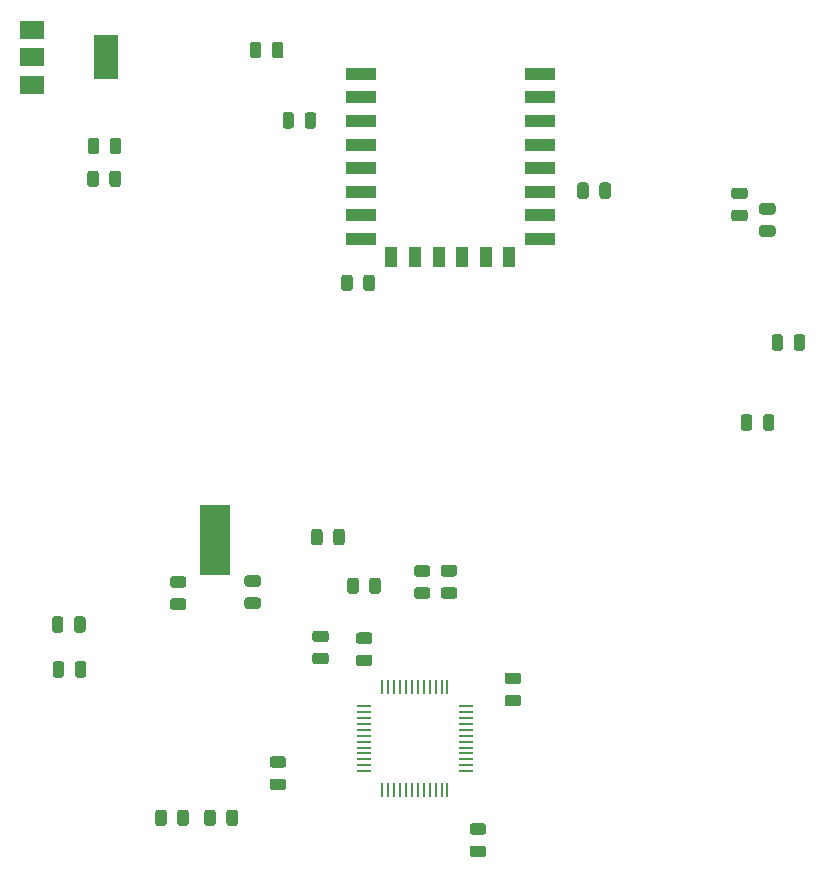
<source format=gbr>
G04 #@! TF.GenerationSoftware,KiCad,Pcbnew,(5.1.6)-1*
G04 #@! TF.CreationDate,2020-10-12T10:23:52+03:00*
G04 #@! TF.ProjectId,STM32_ESP8266_devboard,53544d33-325f-4455-9350-383236365f64,rev?*
G04 #@! TF.SameCoordinates,Original*
G04 #@! TF.FileFunction,Paste,Top*
G04 #@! TF.FilePolarity,Positive*
%FSLAX46Y46*%
G04 Gerber Fmt 4.6, Leading zero omitted, Abs format (unit mm)*
G04 Created by KiCad (PCBNEW (5.1.6)-1) date 2020-10-12 10:23:52*
%MOMM*%
%LPD*%
G01*
G04 APERTURE LIST*
%ADD10R,2.500000X1.000000*%
%ADD11R,1.000000X1.800000*%
%ADD12R,1.300000X0.250000*%
%ADD13R,0.250000X1.300000*%
%ADD14R,2.000000X3.800000*%
%ADD15R,2.000000X1.500000*%
%ADD16R,2.500000X6.000000*%
G04 APERTURE END LIST*
D10*
X168200000Y-57900000D03*
X168200000Y-59900000D03*
X168200000Y-61900000D03*
X168200000Y-63900000D03*
X168200000Y-65900000D03*
X168200000Y-67900000D03*
X168200000Y-69900000D03*
X168200000Y-71900000D03*
D11*
X170800000Y-73400000D03*
X172800000Y-73400000D03*
X174800000Y-73400000D03*
X176800000Y-73400000D03*
X178800000Y-73400000D03*
X180800000Y-73400000D03*
D10*
X183400000Y-71900000D03*
X183400000Y-69900000D03*
X183400000Y-67900000D03*
X183400000Y-65900000D03*
X183400000Y-63900000D03*
X183400000Y-61900000D03*
X183400000Y-59900000D03*
X183400000Y-57900000D03*
G36*
G01*
X160743750Y-115697500D02*
X161656250Y-115697500D01*
G75*
G02*
X161900000Y-115941250I0J-243750D01*
G01*
X161900000Y-116428750D01*
G75*
G02*
X161656250Y-116672500I-243750J0D01*
G01*
X160743750Y-116672500D01*
G75*
G02*
X160500000Y-116428750I0J243750D01*
G01*
X160500000Y-115941250D01*
G75*
G02*
X160743750Y-115697500I243750J0D01*
G01*
G37*
G36*
G01*
X160743750Y-117572500D02*
X161656250Y-117572500D01*
G75*
G02*
X161900000Y-117816250I0J-243750D01*
G01*
X161900000Y-118303750D01*
G75*
G02*
X161656250Y-118547500I-243750J0D01*
G01*
X160743750Y-118547500D01*
G75*
G02*
X160500000Y-118303750I0J243750D01*
G01*
X160500000Y-117816250D01*
G75*
G02*
X160743750Y-117572500I243750J0D01*
G01*
G37*
G36*
G01*
X144917500Y-104073750D02*
X144917500Y-104986250D01*
G75*
G02*
X144673750Y-105230000I-243750J0D01*
G01*
X144186250Y-105230000D01*
G75*
G02*
X143942500Y-104986250I0J243750D01*
G01*
X143942500Y-104073750D01*
G75*
G02*
X144186250Y-103830000I243750J0D01*
G01*
X144673750Y-103830000D01*
G75*
G02*
X144917500Y-104073750I0J-243750D01*
G01*
G37*
G36*
G01*
X143042500Y-104073750D02*
X143042500Y-104986250D01*
G75*
G02*
X142798750Y-105230000I-243750J0D01*
G01*
X142311250Y-105230000D01*
G75*
G02*
X142067500Y-104986250I0J243750D01*
G01*
X142067500Y-104073750D01*
G75*
G02*
X142311250Y-103830000I243750J0D01*
G01*
X142798750Y-103830000D01*
G75*
G02*
X143042500Y-104073750I0J-243750D01*
G01*
G37*
G36*
G01*
X181546250Y-111462500D02*
X180633750Y-111462500D01*
G75*
G02*
X180390000Y-111218750I0J243750D01*
G01*
X180390000Y-110731250D01*
G75*
G02*
X180633750Y-110487500I243750J0D01*
G01*
X181546250Y-110487500D01*
G75*
G02*
X181790000Y-110731250I0J-243750D01*
G01*
X181790000Y-111218750D01*
G75*
G02*
X181546250Y-111462500I-243750J0D01*
G01*
G37*
G36*
G01*
X181546250Y-109587500D02*
X180633750Y-109587500D01*
G75*
G02*
X180390000Y-109343750I0J243750D01*
G01*
X180390000Y-108856250D01*
G75*
G02*
X180633750Y-108612500I243750J0D01*
G01*
X181546250Y-108612500D01*
G75*
G02*
X181790000Y-108856250I0J-243750D01*
G01*
X181790000Y-109343750D01*
G75*
G02*
X181546250Y-109587500I-243750J0D01*
G01*
G37*
G36*
G01*
X144977500Y-107873750D02*
X144977500Y-108786250D01*
G75*
G02*
X144733750Y-109030000I-243750J0D01*
G01*
X144246250Y-109030000D01*
G75*
G02*
X144002500Y-108786250I0J243750D01*
G01*
X144002500Y-107873750D01*
G75*
G02*
X144246250Y-107630000I243750J0D01*
G01*
X144733750Y-107630000D01*
G75*
G02*
X144977500Y-107873750I0J-243750D01*
G01*
G37*
G36*
G01*
X143102500Y-107873750D02*
X143102500Y-108786250D01*
G75*
G02*
X142858750Y-109030000I-243750J0D01*
G01*
X142371250Y-109030000D01*
G75*
G02*
X142127500Y-108786250I0J243750D01*
G01*
X142127500Y-107873750D01*
G75*
G02*
X142371250Y-107630000I243750J0D01*
G01*
X142858750Y-107630000D01*
G75*
G02*
X143102500Y-107873750I0J-243750D01*
G01*
G37*
G36*
G01*
X168043750Y-107082500D02*
X168956250Y-107082500D01*
G75*
G02*
X169200000Y-107326250I0J-243750D01*
G01*
X169200000Y-107813750D01*
G75*
G02*
X168956250Y-108057500I-243750J0D01*
G01*
X168043750Y-108057500D01*
G75*
G02*
X167800000Y-107813750I0J243750D01*
G01*
X167800000Y-107326250D01*
G75*
G02*
X168043750Y-107082500I243750J0D01*
G01*
G37*
G36*
G01*
X168043750Y-105207500D02*
X168956250Y-105207500D01*
G75*
G02*
X169200000Y-105451250I0J-243750D01*
G01*
X169200000Y-105938750D01*
G75*
G02*
X168956250Y-106182500I-243750J0D01*
G01*
X168043750Y-106182500D01*
G75*
G02*
X167800000Y-105938750I0J243750D01*
G01*
X167800000Y-105451250D01*
G75*
G02*
X168043750Y-105207500I243750J0D01*
G01*
G37*
G36*
G01*
X164353750Y-105052500D02*
X165266250Y-105052500D01*
G75*
G02*
X165510000Y-105296250I0J-243750D01*
G01*
X165510000Y-105783750D01*
G75*
G02*
X165266250Y-106027500I-243750J0D01*
G01*
X164353750Y-106027500D01*
G75*
G02*
X164110000Y-105783750I0J243750D01*
G01*
X164110000Y-105296250D01*
G75*
G02*
X164353750Y-105052500I243750J0D01*
G01*
G37*
G36*
G01*
X164353750Y-106927500D02*
X165266250Y-106927500D01*
G75*
G02*
X165510000Y-107171250I0J-243750D01*
G01*
X165510000Y-107658750D01*
G75*
G02*
X165266250Y-107902500I-243750J0D01*
G01*
X164353750Y-107902500D01*
G75*
G02*
X164110000Y-107658750I0J243750D01*
G01*
X164110000Y-107171250D01*
G75*
G02*
X164353750Y-106927500I243750J0D01*
G01*
G37*
G36*
G01*
X159516250Y-101337500D02*
X158603750Y-101337500D01*
G75*
G02*
X158360000Y-101093750I0J243750D01*
G01*
X158360000Y-100606250D01*
G75*
G02*
X158603750Y-100362500I243750J0D01*
G01*
X159516250Y-100362500D01*
G75*
G02*
X159760000Y-100606250I0J-243750D01*
G01*
X159760000Y-101093750D01*
G75*
G02*
X159516250Y-101337500I-243750J0D01*
G01*
G37*
G36*
G01*
X159516250Y-103212500D02*
X158603750Y-103212500D01*
G75*
G02*
X158360000Y-102968750I0J243750D01*
G01*
X158360000Y-102481250D01*
G75*
G02*
X158603750Y-102237500I243750J0D01*
G01*
X159516250Y-102237500D01*
G75*
G02*
X159760000Y-102481250I0J-243750D01*
G01*
X159760000Y-102968750D01*
G75*
G02*
X159516250Y-103212500I-243750J0D01*
G01*
G37*
G36*
G01*
X178586250Y-122347500D02*
X177673750Y-122347500D01*
G75*
G02*
X177430000Y-122103750I0J243750D01*
G01*
X177430000Y-121616250D01*
G75*
G02*
X177673750Y-121372500I243750J0D01*
G01*
X178586250Y-121372500D01*
G75*
G02*
X178830000Y-121616250I0J-243750D01*
G01*
X178830000Y-122103750D01*
G75*
G02*
X178586250Y-122347500I-243750J0D01*
G01*
G37*
G36*
G01*
X178586250Y-124222500D02*
X177673750Y-124222500D01*
G75*
G02*
X177430000Y-123978750I0J243750D01*
G01*
X177430000Y-123491250D01*
G75*
G02*
X177673750Y-123247500I243750J0D01*
G01*
X178586250Y-123247500D01*
G75*
G02*
X178830000Y-123491250I0J-243750D01*
G01*
X178830000Y-123978750D01*
G75*
G02*
X178586250Y-124222500I-243750J0D01*
G01*
G37*
G36*
G01*
X153206250Y-103297500D02*
X152293750Y-103297500D01*
G75*
G02*
X152050000Y-103053750I0J243750D01*
G01*
X152050000Y-102566250D01*
G75*
G02*
X152293750Y-102322500I243750J0D01*
G01*
X153206250Y-102322500D01*
G75*
G02*
X153450000Y-102566250I0J-243750D01*
G01*
X153450000Y-103053750D01*
G75*
G02*
X153206250Y-103297500I-243750J0D01*
G01*
G37*
G36*
G01*
X153206250Y-101422500D02*
X152293750Y-101422500D01*
G75*
G02*
X152050000Y-101178750I0J243750D01*
G01*
X152050000Y-100691250D01*
G75*
G02*
X152293750Y-100447500I243750J0D01*
G01*
X153206250Y-100447500D01*
G75*
G02*
X153450000Y-100691250I0J-243750D01*
G01*
X153450000Y-101178750D01*
G75*
G02*
X153206250Y-101422500I-243750J0D01*
G01*
G37*
G36*
G01*
X168030000Y-100803750D02*
X168030000Y-101716250D01*
G75*
G02*
X167786250Y-101960000I-243750J0D01*
G01*
X167298750Y-101960000D01*
G75*
G02*
X167055000Y-101716250I0J243750D01*
G01*
X167055000Y-100803750D01*
G75*
G02*
X167298750Y-100560000I243750J0D01*
G01*
X167786250Y-100560000D01*
G75*
G02*
X168030000Y-100803750I0J-243750D01*
G01*
G37*
G36*
G01*
X169905000Y-100803750D02*
X169905000Y-101716250D01*
G75*
G02*
X169661250Y-101960000I-243750J0D01*
G01*
X169173750Y-101960000D01*
G75*
G02*
X168930000Y-101716250I0J243750D01*
G01*
X168930000Y-100803750D01*
G75*
G02*
X169173750Y-100560000I243750J0D01*
G01*
X169661250Y-100560000D01*
G75*
G02*
X169905000Y-100803750I0J-243750D01*
G01*
G37*
G36*
G01*
X167532500Y-75153750D02*
X167532500Y-76066250D01*
G75*
G02*
X167288750Y-76310000I-243750J0D01*
G01*
X166801250Y-76310000D01*
G75*
G02*
X166557500Y-76066250I0J243750D01*
G01*
X166557500Y-75153750D01*
G75*
G02*
X166801250Y-74910000I243750J0D01*
G01*
X167288750Y-74910000D01*
G75*
G02*
X167532500Y-75153750I0J-243750D01*
G01*
G37*
G36*
G01*
X169407500Y-75153750D02*
X169407500Y-76066250D01*
G75*
G02*
X169163750Y-76310000I-243750J0D01*
G01*
X168676250Y-76310000D01*
G75*
G02*
X168432500Y-76066250I0J243750D01*
G01*
X168432500Y-75153750D01*
G75*
G02*
X168676250Y-74910000I243750J0D01*
G01*
X169163750Y-74910000D01*
G75*
G02*
X169407500Y-75153750I0J-243750D01*
G01*
G37*
G36*
G01*
X147904500Y-66345750D02*
X147904500Y-67258250D01*
G75*
G02*
X147660750Y-67502000I-243750J0D01*
G01*
X147173250Y-67502000D01*
G75*
G02*
X146929500Y-67258250I0J243750D01*
G01*
X146929500Y-66345750D01*
G75*
G02*
X147173250Y-66102000I243750J0D01*
G01*
X147660750Y-66102000D01*
G75*
G02*
X147904500Y-66345750I0J-243750D01*
G01*
G37*
G36*
G01*
X146029500Y-66345750D02*
X146029500Y-67258250D01*
G75*
G02*
X145785750Y-67502000I-243750J0D01*
G01*
X145298250Y-67502000D01*
G75*
G02*
X145054500Y-67258250I0J243750D01*
G01*
X145054500Y-66345750D01*
G75*
G02*
X145298250Y-66102000I243750J0D01*
G01*
X145785750Y-66102000D01*
G75*
G02*
X146029500Y-66345750I0J-243750D01*
G01*
G37*
G36*
G01*
X152674500Y-121360250D02*
X152674500Y-120447750D01*
G75*
G02*
X152918250Y-120204000I243750J0D01*
G01*
X153405750Y-120204000D01*
G75*
G02*
X153649500Y-120447750I0J-243750D01*
G01*
X153649500Y-121360250D01*
G75*
G02*
X153405750Y-121604000I-243750J0D01*
G01*
X152918250Y-121604000D01*
G75*
G02*
X152674500Y-121360250I0J243750D01*
G01*
G37*
G36*
G01*
X150799500Y-121360250D02*
X150799500Y-120447750D01*
G75*
G02*
X151043250Y-120204000I243750J0D01*
G01*
X151530750Y-120204000D01*
G75*
G02*
X151774500Y-120447750I0J-243750D01*
G01*
X151774500Y-121360250D01*
G75*
G02*
X151530750Y-121604000I-243750J0D01*
G01*
X151043250Y-121604000D01*
G75*
G02*
X150799500Y-121360250I0J243750D01*
G01*
G37*
G36*
G01*
X203232500Y-86973750D02*
X203232500Y-87886250D01*
G75*
G02*
X202988750Y-88130000I-243750J0D01*
G01*
X202501250Y-88130000D01*
G75*
G02*
X202257500Y-87886250I0J243750D01*
G01*
X202257500Y-86973750D01*
G75*
G02*
X202501250Y-86730000I243750J0D01*
G01*
X202988750Y-86730000D01*
G75*
G02*
X203232500Y-86973750I0J-243750D01*
G01*
G37*
G36*
G01*
X201357500Y-86973750D02*
X201357500Y-87886250D01*
G75*
G02*
X201113750Y-88130000I-243750J0D01*
G01*
X200626250Y-88130000D01*
G75*
G02*
X200382500Y-87886250I0J243750D01*
G01*
X200382500Y-86973750D01*
G75*
G02*
X200626250Y-86730000I243750J0D01*
G01*
X201113750Y-86730000D01*
G75*
G02*
X201357500Y-86973750I0J-243750D01*
G01*
G37*
G36*
G01*
X164977500Y-96673750D02*
X164977500Y-97586250D01*
G75*
G02*
X164733750Y-97830000I-243750J0D01*
G01*
X164246250Y-97830000D01*
G75*
G02*
X164002500Y-97586250I0J243750D01*
G01*
X164002500Y-96673750D01*
G75*
G02*
X164246250Y-96430000I243750J0D01*
G01*
X164733750Y-96430000D01*
G75*
G02*
X164977500Y-96673750I0J-243750D01*
G01*
G37*
G36*
G01*
X166852500Y-96673750D02*
X166852500Y-97586250D01*
G75*
G02*
X166608750Y-97830000I-243750J0D01*
G01*
X166121250Y-97830000D01*
G75*
G02*
X165877500Y-97586250I0J243750D01*
G01*
X165877500Y-96673750D01*
G75*
G02*
X166121250Y-96430000I243750J0D01*
G01*
X166608750Y-96430000D01*
G75*
G02*
X166852500Y-96673750I0J-243750D01*
G01*
G37*
G36*
G01*
X173866250Y-100487500D02*
X172953750Y-100487500D01*
G75*
G02*
X172710000Y-100243750I0J243750D01*
G01*
X172710000Y-99756250D01*
G75*
G02*
X172953750Y-99512500I243750J0D01*
G01*
X173866250Y-99512500D01*
G75*
G02*
X174110000Y-99756250I0J-243750D01*
G01*
X174110000Y-100243750D01*
G75*
G02*
X173866250Y-100487500I-243750J0D01*
G01*
G37*
G36*
G01*
X173866250Y-102362500D02*
X172953750Y-102362500D01*
G75*
G02*
X172710000Y-102118750I0J243750D01*
G01*
X172710000Y-101631250D01*
G75*
G02*
X172953750Y-101387500I243750J0D01*
G01*
X173866250Y-101387500D01*
G75*
G02*
X174110000Y-101631250I0J-243750D01*
G01*
X174110000Y-102118750D01*
G75*
G02*
X173866250Y-102362500I-243750J0D01*
G01*
G37*
G36*
G01*
X175223750Y-99497500D02*
X176136250Y-99497500D01*
G75*
G02*
X176380000Y-99741250I0J-243750D01*
G01*
X176380000Y-100228750D01*
G75*
G02*
X176136250Y-100472500I-243750J0D01*
G01*
X175223750Y-100472500D01*
G75*
G02*
X174980000Y-100228750I0J243750D01*
G01*
X174980000Y-99741250D01*
G75*
G02*
X175223750Y-99497500I243750J0D01*
G01*
G37*
G36*
G01*
X175223750Y-101372500D02*
X176136250Y-101372500D01*
G75*
G02*
X176380000Y-101616250I0J-243750D01*
G01*
X176380000Y-102103750D01*
G75*
G02*
X176136250Y-102347500I-243750J0D01*
G01*
X175223750Y-102347500D01*
G75*
G02*
X174980000Y-102103750I0J243750D01*
G01*
X174980000Y-101616250D01*
G75*
G02*
X175223750Y-101372500I243750J0D01*
G01*
G37*
G36*
G01*
X147945000Y-63563750D02*
X147945000Y-64476250D01*
G75*
G02*
X147701250Y-64720000I-243750J0D01*
G01*
X147213750Y-64720000D01*
G75*
G02*
X146970000Y-64476250I0J243750D01*
G01*
X146970000Y-63563750D01*
G75*
G02*
X147213750Y-63320000I243750J0D01*
G01*
X147701250Y-63320000D01*
G75*
G02*
X147945000Y-63563750I0J-243750D01*
G01*
G37*
G36*
G01*
X146070000Y-63563750D02*
X146070000Y-64476250D01*
G75*
G02*
X145826250Y-64720000I-243750J0D01*
G01*
X145338750Y-64720000D01*
G75*
G02*
X145095000Y-64476250I0J243750D01*
G01*
X145095000Y-63563750D01*
G75*
G02*
X145338750Y-63320000I243750J0D01*
G01*
X145826250Y-63320000D01*
G75*
G02*
X146070000Y-63563750I0J-243750D01*
G01*
G37*
G36*
G01*
X162562500Y-61393750D02*
X162562500Y-62306250D01*
G75*
G02*
X162318750Y-62550000I-243750J0D01*
G01*
X161831250Y-62550000D01*
G75*
G02*
X161587500Y-62306250I0J243750D01*
G01*
X161587500Y-61393750D01*
G75*
G02*
X161831250Y-61150000I243750J0D01*
G01*
X162318750Y-61150000D01*
G75*
G02*
X162562500Y-61393750I0J-243750D01*
G01*
G37*
G36*
G01*
X164437500Y-61393750D02*
X164437500Y-62306250D01*
G75*
G02*
X164193750Y-62550000I-243750J0D01*
G01*
X163706250Y-62550000D01*
G75*
G02*
X163462500Y-62306250I0J243750D01*
G01*
X163462500Y-61393750D01*
G75*
G02*
X163706250Y-61150000I243750J0D01*
G01*
X164193750Y-61150000D01*
G75*
G02*
X164437500Y-61393750I0J-243750D01*
G01*
G37*
G36*
G01*
X158812500Y-56356250D02*
X158812500Y-55443750D01*
G75*
G02*
X159056250Y-55200000I243750J0D01*
G01*
X159543750Y-55200000D01*
G75*
G02*
X159787500Y-55443750I0J-243750D01*
G01*
X159787500Y-56356250D01*
G75*
G02*
X159543750Y-56600000I-243750J0D01*
G01*
X159056250Y-56600000D01*
G75*
G02*
X158812500Y-56356250I0J243750D01*
G01*
G37*
G36*
G01*
X160687500Y-56356250D02*
X160687500Y-55443750D01*
G75*
G02*
X160931250Y-55200000I243750J0D01*
G01*
X161418750Y-55200000D01*
G75*
G02*
X161662500Y-55443750I0J-243750D01*
G01*
X161662500Y-56356250D01*
G75*
G02*
X161418750Y-56600000I-243750J0D01*
G01*
X160931250Y-56600000D01*
G75*
G02*
X160687500Y-56356250I0J243750D01*
G01*
G37*
G36*
G01*
X189387500Y-67343750D02*
X189387500Y-68256250D01*
G75*
G02*
X189143750Y-68500000I-243750J0D01*
G01*
X188656250Y-68500000D01*
G75*
G02*
X188412500Y-68256250I0J243750D01*
G01*
X188412500Y-67343750D01*
G75*
G02*
X188656250Y-67100000I243750J0D01*
G01*
X189143750Y-67100000D01*
G75*
G02*
X189387500Y-67343750I0J-243750D01*
G01*
G37*
G36*
G01*
X187512500Y-67343750D02*
X187512500Y-68256250D01*
G75*
G02*
X187268750Y-68500000I-243750J0D01*
G01*
X186781250Y-68500000D01*
G75*
G02*
X186537500Y-68256250I0J243750D01*
G01*
X186537500Y-67343750D01*
G75*
G02*
X186781250Y-67100000I243750J0D01*
G01*
X187268750Y-67100000D01*
G75*
G02*
X187512500Y-67343750I0J-243750D01*
G01*
G37*
G36*
G01*
X200726250Y-70392500D02*
X199813750Y-70392500D01*
G75*
G02*
X199570000Y-70148750I0J243750D01*
G01*
X199570000Y-69661250D01*
G75*
G02*
X199813750Y-69417500I243750J0D01*
G01*
X200726250Y-69417500D01*
G75*
G02*
X200970000Y-69661250I0J-243750D01*
G01*
X200970000Y-70148750D01*
G75*
G02*
X200726250Y-70392500I-243750J0D01*
G01*
G37*
G36*
G01*
X200726250Y-68517500D02*
X199813750Y-68517500D01*
G75*
G02*
X199570000Y-68273750I0J243750D01*
G01*
X199570000Y-67786250D01*
G75*
G02*
X199813750Y-67542500I243750J0D01*
G01*
X200726250Y-67542500D01*
G75*
G02*
X200970000Y-67786250I0J-243750D01*
G01*
X200970000Y-68273750D01*
G75*
G02*
X200726250Y-68517500I-243750J0D01*
G01*
G37*
G36*
G01*
X203962500Y-80193750D02*
X203962500Y-81106250D01*
G75*
G02*
X203718750Y-81350000I-243750J0D01*
G01*
X203231250Y-81350000D01*
G75*
G02*
X202987500Y-81106250I0J243750D01*
G01*
X202987500Y-80193750D01*
G75*
G02*
X203231250Y-79950000I243750J0D01*
G01*
X203718750Y-79950000D01*
G75*
G02*
X203962500Y-80193750I0J-243750D01*
G01*
G37*
G36*
G01*
X205837500Y-80193750D02*
X205837500Y-81106250D01*
G75*
G02*
X205593750Y-81350000I-243750J0D01*
G01*
X205106250Y-81350000D01*
G75*
G02*
X204862500Y-81106250I0J243750D01*
G01*
X204862500Y-80193750D01*
G75*
G02*
X205106250Y-79950000I243750J0D01*
G01*
X205593750Y-79950000D01*
G75*
G02*
X205837500Y-80193750I0J-243750D01*
G01*
G37*
G36*
G01*
X155935500Y-120447750D02*
X155935500Y-121360250D01*
G75*
G02*
X155691750Y-121604000I-243750J0D01*
G01*
X155204250Y-121604000D01*
G75*
G02*
X154960500Y-121360250I0J243750D01*
G01*
X154960500Y-120447750D01*
G75*
G02*
X155204250Y-120204000I243750J0D01*
G01*
X155691750Y-120204000D01*
G75*
G02*
X155935500Y-120447750I0J-243750D01*
G01*
G37*
G36*
G01*
X157810500Y-120447750D02*
X157810500Y-121360250D01*
G75*
G02*
X157566750Y-121604000I-243750J0D01*
G01*
X157079250Y-121604000D01*
G75*
G02*
X156835500Y-121360250I0J243750D01*
G01*
X156835500Y-120447750D01*
G75*
G02*
X157079250Y-120204000I243750J0D01*
G01*
X157566750Y-120204000D01*
G75*
G02*
X157810500Y-120447750I0J-243750D01*
G01*
G37*
G36*
G01*
X202172250Y-68854500D02*
X203084750Y-68854500D01*
G75*
G02*
X203328500Y-69098250I0J-243750D01*
G01*
X203328500Y-69585750D01*
G75*
G02*
X203084750Y-69829500I-243750J0D01*
G01*
X202172250Y-69829500D01*
G75*
G02*
X201928500Y-69585750I0J243750D01*
G01*
X201928500Y-69098250D01*
G75*
G02*
X202172250Y-68854500I243750J0D01*
G01*
G37*
G36*
G01*
X202172250Y-70729500D02*
X203084750Y-70729500D01*
G75*
G02*
X203328500Y-70973250I0J-243750D01*
G01*
X203328500Y-71460750D01*
G75*
G02*
X203084750Y-71704500I-243750J0D01*
G01*
X202172250Y-71704500D01*
G75*
G02*
X201928500Y-71460750I0J243750D01*
G01*
X201928500Y-70973250D01*
G75*
G02*
X202172250Y-70729500I243750J0D01*
G01*
G37*
D12*
X168450000Y-111450000D03*
X168450000Y-111950000D03*
X168450000Y-112450000D03*
X168450000Y-112950000D03*
X168450000Y-113450000D03*
X168450000Y-113950000D03*
X168450000Y-114450000D03*
X168450000Y-114950000D03*
X168450000Y-115450000D03*
X168450000Y-115950000D03*
X168450000Y-116450000D03*
X168450000Y-116950000D03*
D13*
X170050000Y-118550000D03*
X170550000Y-118550000D03*
X171050000Y-118550000D03*
X171550000Y-118550000D03*
X172050000Y-118550000D03*
X172550000Y-118550000D03*
X173050000Y-118550000D03*
X173550000Y-118550000D03*
X174050000Y-118550000D03*
X174550000Y-118550000D03*
X175050000Y-118550000D03*
X175550000Y-118550000D03*
D12*
X177150000Y-116950000D03*
X177150000Y-116450000D03*
X177150000Y-115950000D03*
X177150000Y-115450000D03*
X177150000Y-114950000D03*
X177150000Y-114450000D03*
X177150000Y-113950000D03*
X177150000Y-113450000D03*
X177150000Y-112950000D03*
X177150000Y-112450000D03*
X177150000Y-111950000D03*
X177150000Y-111450000D03*
D13*
X175550000Y-109850000D03*
X175050000Y-109850000D03*
X174550000Y-109850000D03*
X174050000Y-109850000D03*
X173550000Y-109850000D03*
X173050000Y-109850000D03*
X172550000Y-109850000D03*
X172050000Y-109850000D03*
X171550000Y-109850000D03*
X171050000Y-109850000D03*
X170550000Y-109850000D03*
X170050000Y-109850000D03*
D14*
X146660000Y-56515000D03*
D15*
X140360000Y-56515000D03*
X140360000Y-58815000D03*
X140360000Y-54215000D03*
D16*
X155900000Y-97340000D03*
M02*

</source>
